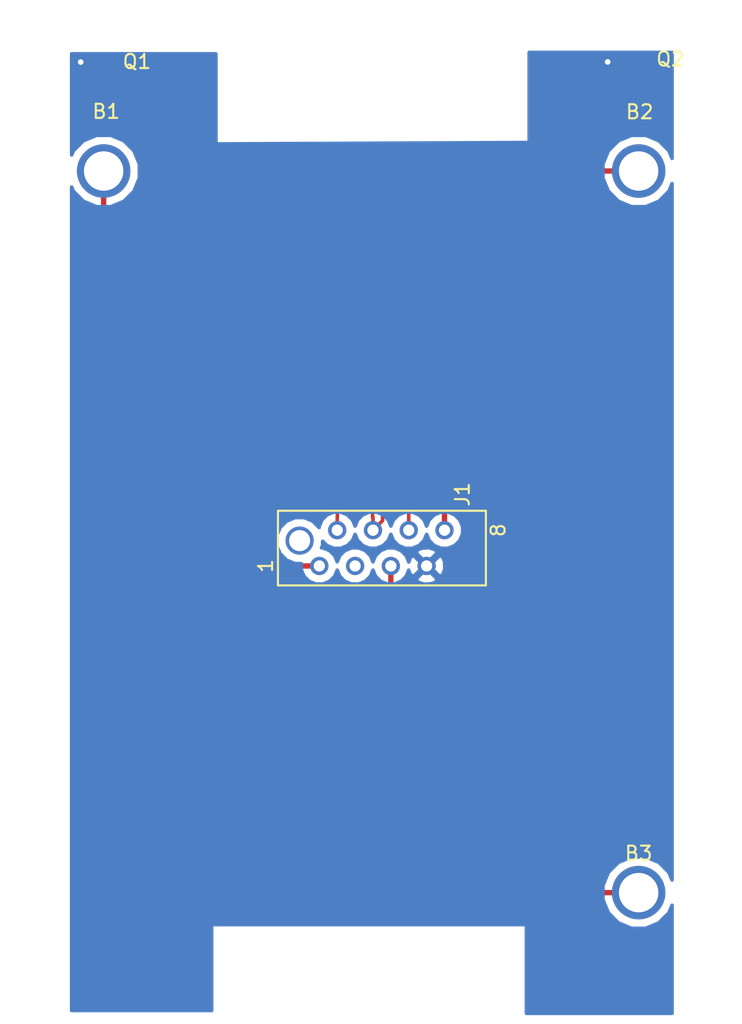
<source format=kicad_pcb>
(kicad_pcb (version 20171130) (host pcbnew "(5.0.0)")

  (general
    (thickness 1.6)
    (drawings 28)
    (tracks 51)
    (zones 0)
    (modules 6)
    (nets 13)
  )

  (page A4)
  (layers
    (0 F.Cu signal)
    (31 B.Cu signal)
    (33 F.Adhes user)
    (35 F.Paste user)
    (37 F.SilkS user)
    (39 F.Mask user)
    (40 Dwgs.User user)
    (41 Cmts.User user)
    (42 Eco1.User user)
    (43 Eco2.User user)
    (44 Edge.Cuts user)
    (45 Margin user)
    (46 B.CrtYd user)
    (47 F.CrtYd user)
    (49 F.Fab user)
  )

  (setup
    (last_trace_width 0.25)
    (user_trace_width 0.381)
    (trace_clearance 0.2)
    (zone_clearance 0.508)
    (zone_45_only no)
    (trace_min 0.2)
    (segment_width 0.2)
    (edge_width 0.15)
    (via_size 0.8)
    (via_drill 0.4)
    (via_min_size 0.4)
    (via_min_drill 0.3)
    (uvia_size 0.3)
    (uvia_drill 0.1)
    (uvias_allowed no)
    (uvia_min_size 0.2)
    (uvia_min_drill 0.1)
    (pcb_text_width 0.3)
    (pcb_text_size 1.5 1.5)
    (mod_edge_width 0.15)
    (mod_text_size 1 1)
    (mod_text_width 0.15)
    (pad_size 0.35 0.85)
    (pad_drill 0)
    (pad_to_mask_clearance 0.2)
    (aux_axis_origin 0 0)
    (visible_elements 7FFFFFFF)
    (pcbplotparams
      (layerselection 0x010fc_ffffffff)
      (usegerberextensions false)
      (usegerberattributes false)
      (usegerberadvancedattributes false)
      (creategerberjobfile false)
      (excludeedgelayer true)
      (linewidth 0.100000)
      (plotframeref false)
      (viasonmask false)
      (mode 1)
      (useauxorigin false)
      (hpglpennumber 1)
      (hpglpenspeed 20)
      (hpglpendiameter 15.000000)
      (psnegative false)
      (psa4output false)
      (plotreference true)
      (plotvalue true)
      (plotinvisibletext false)
      (padsonsilk false)
      (subtractmaskfromsilk false)
      (outputformat 1)
      (mirror false)
      (drillshape 1)
      (scaleselection 1)
      (outputdirectory ""))
  )

  (net 0 "")
  (net 1 /temp1)
  (net 2 /temp2)
  (net 3 /v+)
  (net 4 /volt)
  (net 5 /v-)
  (net 6 /5V)
  (net 7 /gnd)
  (net 8 "Net-(Q1-Pad2)")
  (net 9 "Net-(Q1-Pad3)")
  (net 10 "Net-(Q2-Pad3)")
  (net 11 "Net-(Q2-Pad2)")
  (net 12 "Net-(J1-Pad3)")

  (net_class Default "This is the default net class."
    (clearance 0.2)
    (trace_width 0.25)
    (via_dia 0.8)
    (via_drill 0.4)
    (uvia_dia 0.3)
    (uvia_drill 0.1)
    (add_net /5V)
    (add_net /gnd)
    (add_net /temp1)
    (add_net /temp2)
    (add_net /v+)
    (add_net /v-)
    (add_net /volt)
    (add_net "Net-(J1-Pad3)")
    (add_net "Net-(Q1-Pad2)")
    (add_net "Net-(Q1-Pad3)")
    (add_net "Net-(Q2-Pad2)")
    (add_net "Net-(Q2-Pad3)")
  )

  (net_class voltTrace ""
    (clearance 0.2)
    (trace_width 0.381)
    (via_dia 0.8)
    (via_drill 0.4)
    (uvia_dia 0.3)
    (uvia_drill 0.1)
  )

  (module footprints:Bolt_connect_4-40_round (layer F.Cu) (tedit 5BF701C1) (tstamp 5C036082)
    (at 106.3 85.55)
    (path /5BF77560)
    (fp_text reference B2 (at 0.07 -4.2) (layer F.SilkS)
      (effects (font (size 1 1) (thickness 0.15)))
    )
    (fp_text value Bolt_connect_4-40 (at 0 2.794) (layer F.Fab)
      (effects (font (size 1 1) (thickness 0.15)))
    )
    (pad 1 thru_hole circle (at 0 0) (size 3.8 3.8) (drill 2.8) (layers *.Cu *.Mask)
      (net 5 /v-))
  )

  (module footprints:LMT85-Q1 (layer F.Cu) (tedit 5BF713A9) (tstamp 5C036687)
    (at 105.68 79.84)
    (path /5BF714DB)
    (fp_text reference Q2 (at 2.88 -2.24) (layer F.SilkS)
      (effects (font (size 1 1) (thickness 0.15)))
    )
    (fp_text value LMT85-Q1 (at 0.762 -5.588) (layer F.Fab)
      (effects (font (size 1 1) (thickness 0.15)))
    )
    (pad 3 smd rect (at 0.65 0) (size 0.35 0.85) (layers F.Cu F.Paste F.Mask)
      (net 10 "Net-(Q2-Pad3)"))
    (pad 4 smd rect (at 1.3 0) (size 0.35 0.85) (layers F.Cu F.Paste F.Mask)
      (net 2 /temp2))
    (pad 2 smd rect (at 0 0) (size 0.35 0.85) (layers F.Cu F.Paste F.Mask)
      (net 11 "Net-(Q2-Pad2)"))
    (pad 5 smd rect (at 1.3 -2.2) (size 0.35 0.85) (layers F.Cu F.Paste F.Mask)
      (net 6 /5V))
    (pad 1 smd rect (at 0 -2.2) (size 0.35 0.85) (layers F.Cu F.Paste F.Mask)
      (net 7 /gnd))
  )

  (module footprints:Bolt_connect_4-40_round (layer F.Cu) (tedit 5BF701C1) (tstamp 5C03607D)
    (at 68.3 85.55)
    (path /5BF7752C)
    (fp_text reference B1 (at 0.18 -4.23) (layer F.SilkS)
      (effects (font (size 1 1) (thickness 0.15)))
    )
    (fp_text value Bolt_connect_4-40 (at 0 2.794) (layer F.Fab)
      (effects (font (size 1 1) (thickness 0.15)))
    )
    (pad 1 thru_hole circle (at 0 0) (size 3.8 3.8) (drill 2.8) (layers *.Cu *.Mask)
      (net 4 /volt))
  )

  (module footprints:micromatch_female_vert_8 (layer F.Cu) (tedit 5A7728F9) (tstamp 5C0F710D)
    (at 88.7 113.6 90)
    (path /5BF5F806)
    (fp_text reference J1 (at 5.08 5.08 90) (layer F.SilkS)
      (effects (font (size 1 1) (thickness 0.15)))
    )
    (fp_text value MM_F_VT_08 (at 6.35 0 180) (layer F.Fab) hide
      (effects (font (size 1 1) (thickness 0.15)))
    )
    (fp_text user 8 (at 2.54 7.62 90) (layer F.SilkS)
      (effects (font (size 1 1) (thickness 0.15)))
    )
    (fp_text user 1 (at 0 -8.89 90) (layer F.SilkS)
      (effects (font (size 1 1) (thickness 0.15)))
    )
    (fp_line (start -1.38 6.75) (end 3.92 6.75) (layer F.SilkS) (width 0.15))
    (fp_line (start -1.38 -8.02) (end 3.92 -8.02) (layer F.SilkS) (width 0.15))
    (fp_line (start -1.38 6.75) (end -1.38 -8.02) (layer F.SilkS) (width 0.15))
    (fp_line (start 3.92 6.75) (end 3.92 -8.02) (layer F.SilkS) (width 0.15))
    (pad 5 thru_hole circle (at 0 0 90) (size 1.3 1.3) (drill 0.8) (layers *.Cu *.Mask)
      (net 3 /v+))
    (pad 3 thru_hole circle (at 0 -2.54 90) (size 1.3 1.3) (drill 0.8) (layers *.Cu *.Mask)
      (net 12 "Net-(J1-Pad3)"))
    (pad 1 thru_hole circle (at 0 -5.08 90) (size 1.3 1.3) (drill 0.8) (layers *.Cu *.Mask)
      (net 4 /volt))
    (pad 7 thru_hole circle (at 0 2.54 90) (size 1.3 1.3) (drill 0.8) (layers *.Cu *.Mask)
      (net 7 /gnd))
    (pad 2 thru_hole circle (at 2.54 -3.81 90) (size 1.3 1.3) (drill 0.8) (layers *.Cu *.Mask)
      (net 1 /temp1))
    (pad 4 thru_hole circle (at 2.54 -1.27 90) (size 1.3 1.3) (drill 0.8) (layers *.Cu *.Mask)
      (net 6 /5V))
    (pad 6 thru_hole circle (at 2.54 1.27 90) (size 1.3 1.3) (drill 0.8) (layers *.Cu *.Mask)
      (net 2 /temp2))
    (pad 8 thru_hole circle (at 2.54 3.81 90) (size 1.3 1.3) (drill 0.8) (layers *.Cu *.Mask)
      (net 5 /v-))
    (pad 9 thru_hole circle (at 1.8 -6.48 90) (size 2 2) (drill 1.5) (layers *.Cu *.Mask))
    (model /home/josh/Formula/OEM_Preferred_Parts/3DModels/Micromatch_Female_RA_8/micromatch_female_ra_8.wrl
      (at (xyz 0 0 0))
      (scale (xyz 1 1 1))
      (rotate (xyz 0 0 0))
    )
  )

  (module footprints:LMT85-Q1 (layer F.Cu) (tedit 5BF9D163) (tstamp 5C03667E)
    (at 67.73 80.01)
    (path /5BF714AF)
    (fp_text reference Q1 (at 2.93 -2.23) (layer F.SilkS)
      (effects (font (size 1 1) (thickness 0.15)))
    )
    (fp_text value LMT85-Q1 (at 0.762 -5.588) (layer F.Fab)
      (effects (font (size 1 1) (thickness 0.15)))
    )
    (pad 1 smd rect (at 0 -2.2) (size 0.35 0.85) (layers F.Cu F.Paste F.Mask)
      (net 7 /gnd))
    (pad 5 smd rect (at 1.3 -2.2) (size 0.35 0.85) (layers F.Cu F.Paste F.Mask)
      (net 6 /5V))
    (pad 2 smd rect (at 0 0) (size 0.35 0.85) (layers F.Cu F.Paste F.Mask)
      (net 8 "Net-(Q1-Pad2)"))
    (pad 4 smd rect (at 1.3 0) (size 0.35 0.85) (layers F.Cu F.Paste F.Mask)
      (net 1 /temp1))
    (pad 3 smd rect (at 0.65 0) (size 0.35 0.85) (layers F.Cu F.Paste F.Mask)
      (net 9 "Net-(Q1-Pad3)"))
  )

  (module footprints:Bolt_connect_4-40_round (layer F.Cu) (tedit 5BF701C1) (tstamp 5C036087)
    (at 106.3 136.8)
    (path /5BF77580)
    (fp_text reference B3 (at 0 -2.794) (layer F.SilkS)
      (effects (font (size 1 1) (thickness 0.15)))
    )
    (fp_text value Bolt_connect_4-40 (at 0 2.794) (layer F.Fab)
      (effects (font (size 1 1) (thickness 0.15)))
    )
    (pad 1 thru_hole circle (at 0 0) (size 3.8 3.8) (drill 2.8) (layers *.Cu *.Mask)
      (net 3 /v+))
  )

  (gr_arc (start 77.871 140.691) (end 77.871 139.675) (angle -90) (layer Dwgs.User) (width 0.2))
  (gr_line (start 75.839 146.025) (end 66.441 146.025) (layer Dwgs.User) (width 0.2))
  (gr_arc (start 66.441 145.009) (end 65.425 145.009) (angle -90) (layer Dwgs.User) (width 0.2))
  (gr_line (start 65.425 77.341) (end 65.425 145.009) (layer Dwgs.User) (width 0.2))
  (gr_line (start 96.729 139.675) (end 77.871 139.675) (layer Dwgs.User) (width 0.2))
  (gr_line (start 97.745 140.691) (end 97.745 145.009) (layer Dwgs.User) (width 0.2))
  (gr_line (start 76.855 140.691) (end 76.855 145.009) (layer Dwgs.User) (width 0.2))
  (gr_arc (start 96.729 140.691) (end 97.745 140.691) (angle -90) (layer Dwgs.User) (width 0.2))
  (gr_arc (start 75.839 145.009) (end 75.839 146.025) (angle -90) (layer Dwgs.User) (width 0.2))
  (gr_circle (center 106.3 85.55) (end 107.8 85.55) (layer Dwgs.User) (width 0.2))
  (gr_line (start 108.159 76.325) (end 98.761 76.325) (layer Dwgs.User) (width 0.2))
  (gr_arc (start 66.441 77.341) (end 66.441 76.325) (angle -90) (layer Dwgs.User) (width 0.2))
  (gr_arc (start 96.729 81.659) (end 96.729 82.675) (angle -90) (layer Dwgs.User) (width 0.2))
  (gr_line (start 109.175 145.009) (end 109.175 77.341) (layer Dwgs.User) (width 0.2))
  (gr_arc (start 77.871 81.659) (end 76.855 81.659) (angle -90) (layer Dwgs.User) (width 0.2))
  (gr_arc (start 98.761 77.341) (end 98.761 76.325) (angle -90) (layer Dwgs.User) (width 0.2))
  (gr_arc (start 98.761 145.009) (end 97.745 145.009) (angle -90) (layer Dwgs.User) (width 0.2))
  (gr_line (start 96.729 82.675) (end 77.871 82.675) (layer Dwgs.User) (width 0.2))
  (gr_line (start 75.839 76.325) (end 66.441 76.325) (layer Dwgs.User) (width 0.2))
  (gr_circle (center 106.3 136.8) (end 107.8 136.8) (layer Dwgs.User) (width 0.2))
  (gr_arc (start 75.839 77.341) (end 76.855 77.341) (angle -90) (layer Dwgs.User) (width 0.2))
  (gr_line (start 108.159 146.025) (end 98.761 146.025) (layer Dwgs.User) (width 0.2))
  (gr_arc (start 108.159 145.009) (end 108.159 146.025) (angle -90) (layer Dwgs.User) (width 0.2))
  (gr_line (start 76.855 81.659) (end 76.855 77.341) (layer Dwgs.User) (width 0.2))
  (gr_line (start 97.745 81.659) (end 97.745 77.341) (layer Dwgs.User) (width 0.2))
  (gr_arc (start 108.159 77.341) (end 109.175 77.341) (angle -90) (layer Dwgs.User) (width 0.2))
  (gr_circle (center 68.3 85.55) (end 69.8 85.55) (layer Dwgs.User) (width 0.2))
  (gr_circle (center 68.3 136.8) (end 69.8 136.8) (layer Dwgs.User) (width 0.2))

  (segment (start 84.9 110.130762) (end 84.9 94.25) (width 0.25) (layer F.Cu) (net 1))
  (segment (start 84.89 110.140762) (end 84.9 110.130762) (width 0.25) (layer F.Cu) (net 1))
  (segment (start 84.89 111.06) (end 84.89 110.140762) (width 0.25) (layer F.Cu) (net 1))
  (segment (start 84.9 94.25) (end 73.35 82.7) (width 0.25) (layer F.Cu) (net 1))
  (segment (start 70.66 80.01) (end 69.03 80.01) (width 0.25) (layer F.Cu) (net 1))
  (segment (start 71.08 80.43) (end 70.66 80.01) (width 0.25) (layer F.Cu) (net 1))
  (segment (start 71.08 80.43) (end 70.92 80.27) (width 0.25) (layer F.Cu) (net 1))
  (segment (start 73.35 82.7) (end 71.08 80.43) (width 0.25) (layer F.Cu) (net 1))
  (segment (start 89.97 111.06) (end 89.97 93.865002) (width 0.25) (layer F.Cu) (net 2))
  (segment (start 106.98 79.84) (end 106.98 80.515) (width 0.25) (layer F.Cu) (net 2))
  (segment (start 89.97 93.865002) (end 101.075002 82.76) (width 0.25) (layer F.Cu) (net 2))
  (segment (start 102.33 81.505002) (end 101.075002 82.76) (width 0.25) (layer F.Cu) (net 2))
  (segment (start 106.98 80.515) (end 106.67 80.825) (width 0.25) (layer F.Cu) (net 2))
  (segment (start 102.16 81.675002) (end 102.5 81.335002) (width 0.25) (layer F.Cu) (net 2))
  (segment (start 101.075002 82.76) (end 102.16 81.675002) (width 0.25) (layer F.Cu) (net 2))
  (segment (start 102.33 81.505002) (end 102.33 81.47) (width 0.25) (layer F.Cu) (net 2))
  (segment (start 102.975 80.825) (end 106.67 80.825) (width 0.25) (layer F.Cu) (net 2))
  (segment (start 102.33 81.47) (end 102.975 80.825) (width 0.25) (layer F.Cu) (net 2))
  (segment (start 88.7 121.887005) (end 88.7 115.62) (width 0.381) (layer F.Cu) (net 3))
  (segment (start 106.3 136.8) (end 103.612995 136.8) (width 0.381) (layer F.Cu) (net 3))
  (segment (start 103.612995 136.8) (end 88.7 121.887005) (width 0.381) (layer F.Cu) (net 3))
  (segment (start 88.7 115.62) (end 88.7 113.6) (width 0.381) (layer F.Cu) (net 3))
  (segment (start 83.62 113.6) (end 80.88 113.6) (width 0.381) (layer F.Cu) (net 4))
  (segment (start 68.3 101.02) (end 68.3 98.35) (width 0.381) (layer F.Cu) (net 4))
  (segment (start 80.88 113.6) (end 68.3 101.02) (width 0.381) (layer F.Cu) (net 4))
  (segment (start 68.3 98.35) (end 68.3 85.55) (width 0.381) (layer F.Cu) (net 4))
  (segment (start 103.612995 85.55) (end 92.5 96.662995) (width 0.381) (layer F.Cu) (net 5))
  (segment (start 106.3 85.55) (end 103.612995 85.55) (width 0.381) (layer F.Cu) (net 5))
  (segment (start 92.51 96.672995) (end 92.51 111.06) (width 0.381) (layer F.Cu) (net 5))
  (segment (start 92.5 96.662995) (end 92.51 96.672995) (width 0.381) (layer F.Cu) (net 5))
  (segment (start 87.43 110.140762) (end 87.4 110.110762) (width 0.25) (layer F.Cu) (net 6))
  (segment (start 87.43 111.06) (end 87.43 110.140762) (width 0.25) (layer F.Cu) (net 6))
  (segment (start 87.4 110.110762) (end 87.4 94.975) (width 0.25) (layer F.Cu) (net 6))
  (segment (start 88.11 110.38) (end 87.43 111.06) (width 0.25) (layer F.Cu) (net 6))
  (segment (start 88.11 94.12) (end 88.11 110.38) (width 0.25) (layer F.Cu) (net 6))
  (segment (start 87.4 94.975) (end 75.025 82.6) (width 0.25) (layer F.Cu) (net 6))
  (segment (start 100.1 82.13) (end 99.97 82.26) (width 0.25) (layer F.Cu) (net 6))
  (segment (start 99.97 82.26) (end 88.11 94.12) (width 0.25) (layer F.Cu) (net 6))
  (segment (start 70.235 77.81) (end 69.03 77.81) (width 0.25) (layer F.Cu) (net 6))
  (segment (start 70.685 78.26) (end 70.235 77.81) (width 0.25) (layer F.Cu) (net 6))
  (segment (start 70.685 78.26) (end 70.495 78.07) (width 0.25) (layer F.Cu) (net 6))
  (segment (start 75.025 82.6) (end 70.685 78.26) (width 0.25) (layer F.Cu) (net 6))
  (segment (start 103.53 78.7) (end 99.97 82.26) (width 0.25) (layer F.Cu) (net 6))
  (segment (start 106.595 78.7) (end 103.53 78.7) (width 0.25) (layer F.Cu) (net 6))
  (segment (start 106.98 77.64) (end 106.98 78.315) (width 0.25) (layer F.Cu) (net 6))
  (segment (start 106.98 78.315) (end 106.595 78.7) (width 0.25) (layer F.Cu) (net 6))
  (via (at 104.1 77.8) (size 0.8) (drill 0.4) (layers F.Cu B.Cu) (net 7))
  (segment (start 105.68 77.64) (end 104.26 77.64) (width 0.25) (layer F.Cu) (net 7))
  (segment (start 104.26 77.64) (end 104.1 77.8) (width 0.25) (layer F.Cu) (net 7))
  (via (at 66.67 77.81) (size 0.8) (drill 0.4) (layers F.Cu B.Cu) (net 7))
  (segment (start 67.73 77.81) (end 66.67 77.81) (width 0.25) (layer F.Cu) (net 7))

  (zone (net 7) (net_name /gnd) (layer B.Cu) (tstamp 0) (hatch edge 0.508)
    (connect_pads (clearance 0.508))
    (min_thickness 0.254)
    (fill yes (arc_segments 16) (thermal_gap 0.508) (thermal_bridge_width 0.508))
    (polygon
      (pts
        (xy 98.4 77) (xy 108.8 77) (xy 108.8 145.5) (xy 98.2 145.5) (xy 98.2 139.2)
        (xy 76.1 139.2) (xy 76.1 145.3) (xy 65.9 145.3) (xy 65.9 77.1) (xy 76.4 77.1)
        (xy 76.4 83.5) (xy 98.4 83.4)
      )
    )
    (filled_polygon
      (pts
        (xy 108.673 84.654654) (xy 108.44907 84.114038) (xy 107.735962 83.40093) (xy 106.804243 83.015) (xy 105.795757 83.015)
        (xy 104.864038 83.40093) (xy 104.15093 84.114038) (xy 103.765 85.045757) (xy 103.765 86.054243) (xy 104.15093 86.985962)
        (xy 104.864038 87.69907) (xy 105.795757 88.085) (xy 106.804243 88.085) (xy 107.735962 87.69907) (xy 108.44907 86.985962)
        (xy 108.673 86.445346) (xy 108.673 135.904654) (xy 108.44907 135.364038) (xy 107.735962 134.65093) (xy 106.804243 134.265)
        (xy 105.795757 134.265) (xy 104.864038 134.65093) (xy 104.15093 135.364038) (xy 103.765 136.295757) (xy 103.765 137.304243)
        (xy 104.15093 138.235962) (xy 104.864038 138.94907) (xy 105.795757 139.335) (xy 106.804243 139.335) (xy 107.735962 138.94907)
        (xy 108.44907 138.235962) (xy 108.673 137.695346) (xy 108.673 145.373) (xy 98.327 145.373) (xy 98.327 139.2)
        (xy 98.317333 139.151399) (xy 98.289803 139.110197) (xy 98.248601 139.082667) (xy 98.2 139.073) (xy 76.1 139.073)
        (xy 76.051399 139.082667) (xy 76.010197 139.110197) (xy 75.982667 139.151399) (xy 75.973 139.2) (xy 75.973 145.173)
        (xy 66.027 145.173) (xy 66.027 111.474778) (xy 80.585 111.474778) (xy 80.585 112.125222) (xy 80.833914 112.726153)
        (xy 81.293847 113.186086) (xy 81.894778 113.435) (xy 82.335 113.435) (xy 82.335 113.855602) (xy 82.530629 114.327894)
        (xy 82.892106 114.689371) (xy 83.364398 114.885) (xy 83.875602 114.885) (xy 84.347894 114.689371) (xy 84.709371 114.327894)
        (xy 84.89 113.891815) (xy 85.070629 114.327894) (xy 85.432106 114.689371) (xy 85.904398 114.885) (xy 86.415602 114.885)
        (xy 86.887894 114.689371) (xy 87.249371 114.327894) (xy 87.43 113.891815) (xy 87.610629 114.327894) (xy 87.972106 114.689371)
        (xy 88.444398 114.885) (xy 88.955602 114.885) (xy 89.427894 114.689371) (xy 89.618249 114.499016) (xy 90.52059 114.499016)
        (xy 90.576271 114.729611) (xy 91.059078 114.897622) (xy 91.569428 114.868083) (xy 91.903729 114.729611) (xy 91.95941 114.499016)
        (xy 91.24 113.779605) (xy 90.52059 114.499016) (xy 89.618249 114.499016) (xy 89.789371 114.327894) (xy 89.969772 113.892366)
        (xy 89.971917 113.929428) (xy 90.110389 114.263729) (xy 90.340984 114.31941) (xy 91.060395 113.6) (xy 91.419605 113.6)
        (xy 92.139016 114.31941) (xy 92.369611 114.263729) (xy 92.537622 113.780922) (xy 92.508083 113.270572) (xy 92.369611 112.936271)
        (xy 92.139016 112.88059) (xy 91.419605 113.6) (xy 91.060395 113.6) (xy 90.340984 112.88059) (xy 90.110389 112.936271)
        (xy 89.97596 113.322574) (xy 89.789371 112.872106) (xy 89.618249 112.700984) (xy 90.52059 112.700984) (xy 91.24 113.420395)
        (xy 91.95941 112.700984) (xy 91.903729 112.470389) (xy 91.420922 112.302378) (xy 90.910572 112.331917) (xy 90.576271 112.470389)
        (xy 90.52059 112.700984) (xy 89.618249 112.700984) (xy 89.427894 112.510629) (xy 88.955602 112.315) (xy 88.444398 112.315)
        (xy 87.972106 112.510629) (xy 87.610629 112.872106) (xy 87.43 113.308185) (xy 87.249371 112.872106) (xy 86.887894 112.510629)
        (xy 86.415602 112.315) (xy 85.904398 112.315) (xy 85.432106 112.510629) (xy 85.070629 112.872106) (xy 84.89 113.308185)
        (xy 84.709371 112.872106) (xy 84.347894 112.510629) (xy 83.875602 112.315) (xy 83.776391 112.315) (xy 83.855 112.125222)
        (xy 83.855 111.842265) (xy 84.162106 112.149371) (xy 84.634398 112.345) (xy 85.145602 112.345) (xy 85.617894 112.149371)
        (xy 85.979371 111.787894) (xy 86.16 111.351815) (xy 86.340629 111.787894) (xy 86.702106 112.149371) (xy 87.174398 112.345)
        (xy 87.685602 112.345) (xy 88.157894 112.149371) (xy 88.519371 111.787894) (xy 88.7 111.351815) (xy 88.880629 111.787894)
        (xy 89.242106 112.149371) (xy 89.714398 112.345) (xy 90.225602 112.345) (xy 90.697894 112.149371) (xy 91.059371 111.787894)
        (xy 91.24 111.351815) (xy 91.420629 111.787894) (xy 91.782106 112.149371) (xy 92.254398 112.345) (xy 92.765602 112.345)
        (xy 93.237894 112.149371) (xy 93.599371 111.787894) (xy 93.795 111.315602) (xy 93.795 110.804398) (xy 93.599371 110.332106)
        (xy 93.237894 109.970629) (xy 92.765602 109.775) (xy 92.254398 109.775) (xy 91.782106 109.970629) (xy 91.420629 110.332106)
        (xy 91.24 110.768185) (xy 91.059371 110.332106) (xy 90.697894 109.970629) (xy 90.225602 109.775) (xy 89.714398 109.775)
        (xy 89.242106 109.970629) (xy 88.880629 110.332106) (xy 88.7 110.768185) (xy 88.519371 110.332106) (xy 88.157894 109.970629)
        (xy 87.685602 109.775) (xy 87.174398 109.775) (xy 86.702106 109.970629) (xy 86.340629 110.332106) (xy 86.16 110.768185)
        (xy 85.979371 110.332106) (xy 85.617894 109.970629) (xy 85.145602 109.775) (xy 84.634398 109.775) (xy 84.162106 109.970629)
        (xy 83.800629 110.332106) (xy 83.605 110.804398) (xy 83.605 110.872761) (xy 83.146153 110.413914) (xy 82.545222 110.165)
        (xy 81.894778 110.165) (xy 81.293847 110.413914) (xy 80.833914 110.873847) (xy 80.585 111.474778) (xy 66.027 111.474778)
        (xy 66.027 86.686768) (xy 66.15093 86.985962) (xy 66.864038 87.69907) (xy 67.795757 88.085) (xy 68.804243 88.085)
        (xy 69.735962 87.69907) (xy 70.44907 86.985962) (xy 70.835 86.054243) (xy 70.835 85.045757) (xy 70.44907 84.114038)
        (xy 69.735962 83.40093) (xy 68.804243 83.015) (xy 67.795757 83.015) (xy 66.864038 83.40093) (xy 66.15093 84.114038)
        (xy 66.027 84.413232) (xy 66.027 77.227) (xy 76.273 77.227) (xy 76.273 83.5) (xy 76.282667 83.548601)
        (xy 76.310197 83.589803) (xy 76.351399 83.617333) (xy 76.400577 83.626999) (xy 98.400577 83.526999) (xy 98.449134 83.517111)
        (xy 98.49021 83.489393) (xy 98.517552 83.448067) (xy 98.527 83.4) (xy 98.527 77.127) (xy 108.673 77.127)
      )
    )
  )
)

</source>
